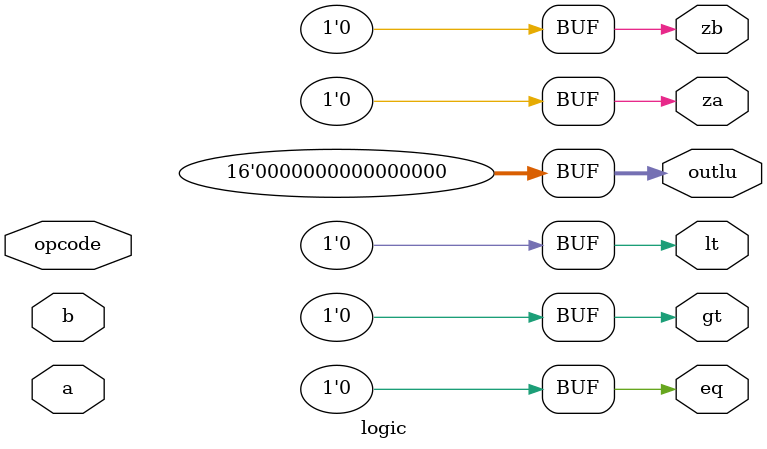
<source format=v>
module logic(a,b,opcode,outlu,za,zb,eq,gt,lt);
input [15:0] a;
input [15:0] b;
input [2:0] opcode;
output [15:0] outlu=0;
output za=0, zb=0,eq=0,gt=0,lt=0;

reg [15:0] outlu;
reg za,zb,eq,gt,lt;

always@(a,b,opcode)
begin
	case(opcode)
	3'b000: outlu = (a & b);
	3'b001: outlu = (a | b);
	3'b010: outlu = (~(a | b));
    3'b011: outlu = (~(a & b));
	3'b100: outlu = (~ a);
	3'b101: outlu = (~ b);
	3'b110: outlu = (a ^ b);
	3'b111: outlu = (~(a ^ b));
	endcase
end

always@(a,b)
begin
	if( a == b) begin
	eq = 1;
	end
	else begin
	eq = 0;
	end

	if ( a > b) begin
	gt = 1;
	end
	else begin
	gt = 0;
	end

	if ( a < b) begin
	lt = 1;
	end
	else begin
	lt = 0;
	end
	
	if( a == 16'h0000) begin
	za = 1;
	end
	else begin
	za = 0;
	end
	
	if (b == 16'h0000) begin
	zb = 1;
	end
	else begin
	zb = 0;
	end
end
endmodule




</source>
